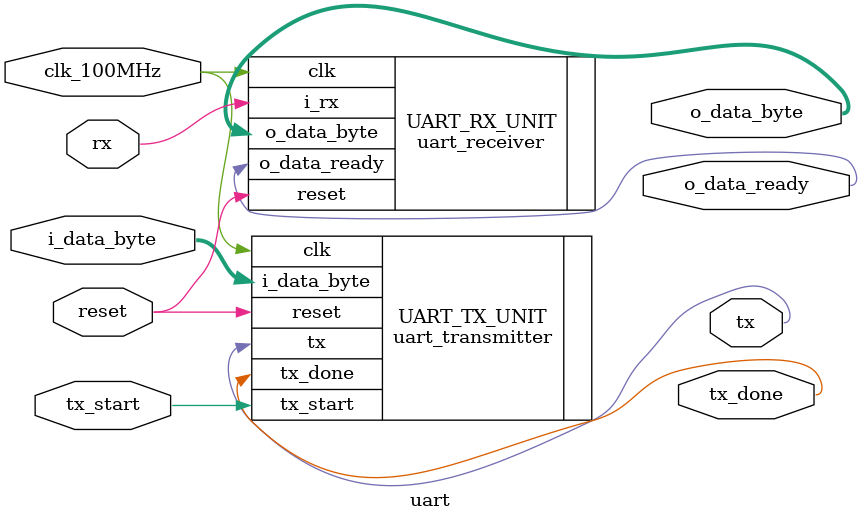
<source format=v>
`timescale 1ns / 1ps


module uart
 #(parameter clks_per_bit = 868)
(
    input clk_100MHz,       // basys 3 FPGA clock signal
    input reset,            // btnR    
    input rx,               // USB-RS232 Rx
    input tx_start,
    input [7:0] i_data_byte,
    output tx,
    output tx_done,
    output [7:0] o_data_byte,
    output o_data_ready
    );
    
        uart_receiver
        #(
            .clks_per_bit(clks_per_bit)
         )
         UART_RX_UNIT
         (
            .clk(clk_100MHz),
            .reset(reset),
            .i_rx(rx),
            .o_data_ready(o_data_ready),
            .o_data_byte(o_data_byte)
         );
         
         
       uart_transmitter
         #(.clks_per_bit(clks_per_bit))
       UART_TX_UNIT
         (
            .clk(clk_100MHz),
            .reset(reset),
            .tx_start(tx_start),
            .i_data_byte(i_data_byte),
            .tx_done(tx_done),
            .tx(tx)
         ); 
         
endmodule

</source>
